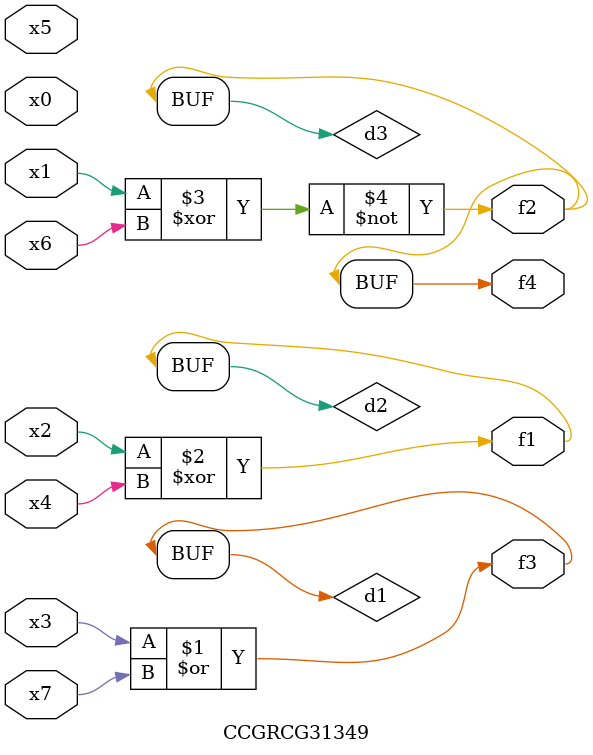
<source format=v>
module CCGRCG31349(
	input x0, x1, x2, x3, x4, x5, x6, x7,
	output f1, f2, f3, f4
);

	wire d1, d2, d3;

	or (d1, x3, x7);
	xor (d2, x2, x4);
	xnor (d3, x1, x6);
	assign f1 = d2;
	assign f2 = d3;
	assign f3 = d1;
	assign f4 = d3;
endmodule

</source>
